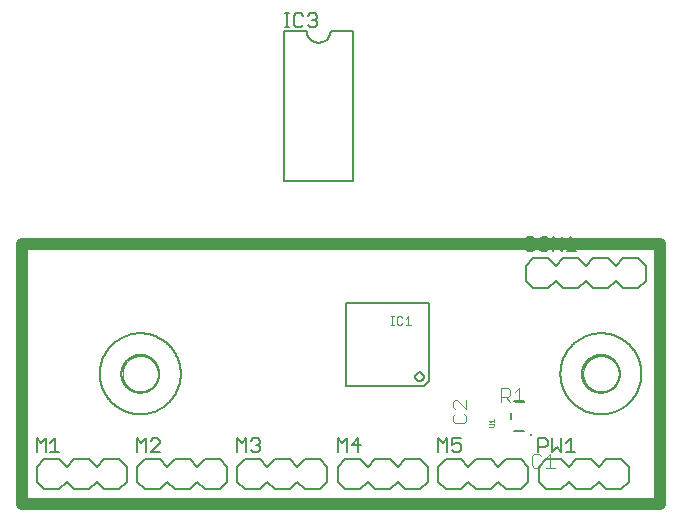
<source format=gto>
G75*
%MOIN*%
%OFA0B0*%
%FSLAX25Y25*%
%IPPOS*%
%LPD*%
%AMOC8*
5,1,8,0,0,1.08239X$1,22.5*
%
%ADD10C,0.03937*%
%ADD11C,0.00600*%
%ADD12C,0.00800*%
%ADD13C,0.00000*%
%ADD14C,0.00500*%
%ADD15C,0.00300*%
%ADD16C,0.00100*%
%ADD17C,0.01000*%
%ADD18C,0.00400*%
D10*
X0002969Y0005657D02*
X0215567Y0005657D01*
X0215567Y0092272D01*
X0002969Y0092272D01*
X0002969Y0005657D01*
D11*
X0028839Y0048965D02*
X0028843Y0049296D01*
X0028855Y0049627D01*
X0028876Y0049958D01*
X0028904Y0050288D01*
X0028941Y0050618D01*
X0028985Y0050946D01*
X0029038Y0051273D01*
X0029098Y0051599D01*
X0029167Y0051923D01*
X0029244Y0052245D01*
X0029328Y0052566D01*
X0029420Y0052884D01*
X0029520Y0053200D01*
X0029628Y0053513D01*
X0029744Y0053824D01*
X0029867Y0054131D01*
X0029997Y0054436D01*
X0030135Y0054737D01*
X0030280Y0055035D01*
X0030433Y0055329D01*
X0030593Y0055619D01*
X0030760Y0055905D01*
X0030933Y0056187D01*
X0031114Y0056465D01*
X0031302Y0056738D01*
X0031496Y0057007D01*
X0031696Y0057271D01*
X0031903Y0057529D01*
X0032117Y0057783D01*
X0032336Y0058031D01*
X0032562Y0058274D01*
X0032793Y0058511D01*
X0033030Y0058742D01*
X0033273Y0058968D01*
X0033521Y0059187D01*
X0033775Y0059401D01*
X0034033Y0059608D01*
X0034297Y0059808D01*
X0034566Y0060002D01*
X0034839Y0060190D01*
X0035117Y0060371D01*
X0035399Y0060544D01*
X0035685Y0060711D01*
X0035975Y0060871D01*
X0036269Y0061024D01*
X0036567Y0061169D01*
X0036868Y0061307D01*
X0037173Y0061437D01*
X0037480Y0061560D01*
X0037791Y0061676D01*
X0038104Y0061784D01*
X0038420Y0061884D01*
X0038738Y0061976D01*
X0039059Y0062060D01*
X0039381Y0062137D01*
X0039705Y0062206D01*
X0040031Y0062266D01*
X0040358Y0062319D01*
X0040686Y0062363D01*
X0041016Y0062400D01*
X0041346Y0062428D01*
X0041677Y0062449D01*
X0042008Y0062461D01*
X0042339Y0062465D01*
X0042670Y0062461D01*
X0043001Y0062449D01*
X0043332Y0062428D01*
X0043662Y0062400D01*
X0043992Y0062363D01*
X0044320Y0062319D01*
X0044647Y0062266D01*
X0044973Y0062206D01*
X0045297Y0062137D01*
X0045619Y0062060D01*
X0045940Y0061976D01*
X0046258Y0061884D01*
X0046574Y0061784D01*
X0046887Y0061676D01*
X0047198Y0061560D01*
X0047505Y0061437D01*
X0047810Y0061307D01*
X0048111Y0061169D01*
X0048409Y0061024D01*
X0048703Y0060871D01*
X0048993Y0060711D01*
X0049279Y0060544D01*
X0049561Y0060371D01*
X0049839Y0060190D01*
X0050112Y0060002D01*
X0050381Y0059808D01*
X0050645Y0059608D01*
X0050903Y0059401D01*
X0051157Y0059187D01*
X0051405Y0058968D01*
X0051648Y0058742D01*
X0051885Y0058511D01*
X0052116Y0058274D01*
X0052342Y0058031D01*
X0052561Y0057783D01*
X0052775Y0057529D01*
X0052982Y0057271D01*
X0053182Y0057007D01*
X0053376Y0056738D01*
X0053564Y0056465D01*
X0053745Y0056187D01*
X0053918Y0055905D01*
X0054085Y0055619D01*
X0054245Y0055329D01*
X0054398Y0055035D01*
X0054543Y0054737D01*
X0054681Y0054436D01*
X0054811Y0054131D01*
X0054934Y0053824D01*
X0055050Y0053513D01*
X0055158Y0053200D01*
X0055258Y0052884D01*
X0055350Y0052566D01*
X0055434Y0052245D01*
X0055511Y0051923D01*
X0055580Y0051599D01*
X0055640Y0051273D01*
X0055693Y0050946D01*
X0055737Y0050618D01*
X0055774Y0050288D01*
X0055802Y0049958D01*
X0055823Y0049627D01*
X0055835Y0049296D01*
X0055839Y0048965D01*
X0055835Y0048634D01*
X0055823Y0048303D01*
X0055802Y0047972D01*
X0055774Y0047642D01*
X0055737Y0047312D01*
X0055693Y0046984D01*
X0055640Y0046657D01*
X0055580Y0046331D01*
X0055511Y0046007D01*
X0055434Y0045685D01*
X0055350Y0045364D01*
X0055258Y0045046D01*
X0055158Y0044730D01*
X0055050Y0044417D01*
X0054934Y0044106D01*
X0054811Y0043799D01*
X0054681Y0043494D01*
X0054543Y0043193D01*
X0054398Y0042895D01*
X0054245Y0042601D01*
X0054085Y0042311D01*
X0053918Y0042025D01*
X0053745Y0041743D01*
X0053564Y0041465D01*
X0053376Y0041192D01*
X0053182Y0040923D01*
X0052982Y0040659D01*
X0052775Y0040401D01*
X0052561Y0040147D01*
X0052342Y0039899D01*
X0052116Y0039656D01*
X0051885Y0039419D01*
X0051648Y0039188D01*
X0051405Y0038962D01*
X0051157Y0038743D01*
X0050903Y0038529D01*
X0050645Y0038322D01*
X0050381Y0038122D01*
X0050112Y0037928D01*
X0049839Y0037740D01*
X0049561Y0037559D01*
X0049279Y0037386D01*
X0048993Y0037219D01*
X0048703Y0037059D01*
X0048409Y0036906D01*
X0048111Y0036761D01*
X0047810Y0036623D01*
X0047505Y0036493D01*
X0047198Y0036370D01*
X0046887Y0036254D01*
X0046574Y0036146D01*
X0046258Y0036046D01*
X0045940Y0035954D01*
X0045619Y0035870D01*
X0045297Y0035793D01*
X0044973Y0035724D01*
X0044647Y0035664D01*
X0044320Y0035611D01*
X0043992Y0035567D01*
X0043662Y0035530D01*
X0043332Y0035502D01*
X0043001Y0035481D01*
X0042670Y0035469D01*
X0042339Y0035465D01*
X0042008Y0035469D01*
X0041677Y0035481D01*
X0041346Y0035502D01*
X0041016Y0035530D01*
X0040686Y0035567D01*
X0040358Y0035611D01*
X0040031Y0035664D01*
X0039705Y0035724D01*
X0039381Y0035793D01*
X0039059Y0035870D01*
X0038738Y0035954D01*
X0038420Y0036046D01*
X0038104Y0036146D01*
X0037791Y0036254D01*
X0037480Y0036370D01*
X0037173Y0036493D01*
X0036868Y0036623D01*
X0036567Y0036761D01*
X0036269Y0036906D01*
X0035975Y0037059D01*
X0035685Y0037219D01*
X0035399Y0037386D01*
X0035117Y0037559D01*
X0034839Y0037740D01*
X0034566Y0037928D01*
X0034297Y0038122D01*
X0034033Y0038322D01*
X0033775Y0038529D01*
X0033521Y0038743D01*
X0033273Y0038962D01*
X0033030Y0039188D01*
X0032793Y0039419D01*
X0032562Y0039656D01*
X0032336Y0039899D01*
X0032117Y0040147D01*
X0031903Y0040401D01*
X0031696Y0040659D01*
X0031496Y0040923D01*
X0031302Y0041192D01*
X0031114Y0041465D01*
X0030933Y0041743D01*
X0030760Y0042025D01*
X0030593Y0042311D01*
X0030433Y0042601D01*
X0030280Y0042895D01*
X0030135Y0043193D01*
X0029997Y0043494D01*
X0029867Y0043799D01*
X0029744Y0044106D01*
X0029628Y0044417D01*
X0029520Y0044730D01*
X0029420Y0045046D01*
X0029328Y0045364D01*
X0029244Y0045685D01*
X0029167Y0046007D01*
X0029098Y0046331D01*
X0029038Y0046657D01*
X0028985Y0046984D01*
X0028941Y0047312D01*
X0028904Y0047642D01*
X0028876Y0047972D01*
X0028855Y0048303D01*
X0028843Y0048634D01*
X0028839Y0048965D01*
X0110823Y0045008D02*
X0137024Y0045008D01*
X0138421Y0046406D01*
X0138421Y0072606D01*
X0110823Y0072606D01*
X0110823Y0045008D01*
X0134008Y0048007D02*
X0134010Y0048082D01*
X0134016Y0048156D01*
X0134026Y0048230D01*
X0134039Y0048303D01*
X0134057Y0048376D01*
X0134078Y0048447D01*
X0134103Y0048518D01*
X0134132Y0048587D01*
X0134165Y0048654D01*
X0134201Y0048719D01*
X0134240Y0048783D01*
X0134282Y0048844D01*
X0134328Y0048903D01*
X0134377Y0048960D01*
X0134429Y0049013D01*
X0134483Y0049064D01*
X0134540Y0049113D01*
X0134600Y0049157D01*
X0134662Y0049199D01*
X0134726Y0049238D01*
X0134792Y0049273D01*
X0134859Y0049304D01*
X0134929Y0049332D01*
X0134999Y0049356D01*
X0135071Y0049377D01*
X0135144Y0049393D01*
X0135217Y0049406D01*
X0135292Y0049415D01*
X0135366Y0049420D01*
X0135441Y0049421D01*
X0135515Y0049418D01*
X0135590Y0049411D01*
X0135663Y0049400D01*
X0135737Y0049386D01*
X0135809Y0049367D01*
X0135880Y0049345D01*
X0135950Y0049319D01*
X0136019Y0049289D01*
X0136085Y0049256D01*
X0136150Y0049219D01*
X0136213Y0049179D01*
X0136274Y0049135D01*
X0136332Y0049089D01*
X0136388Y0049039D01*
X0136441Y0048987D01*
X0136492Y0048932D01*
X0136539Y0048874D01*
X0136583Y0048814D01*
X0136624Y0048751D01*
X0136662Y0048687D01*
X0136696Y0048621D01*
X0136727Y0048552D01*
X0136754Y0048483D01*
X0136777Y0048412D01*
X0136796Y0048340D01*
X0136812Y0048267D01*
X0136824Y0048193D01*
X0136832Y0048119D01*
X0136836Y0048044D01*
X0136836Y0047970D01*
X0136832Y0047895D01*
X0136824Y0047821D01*
X0136812Y0047747D01*
X0136796Y0047674D01*
X0136777Y0047602D01*
X0136754Y0047531D01*
X0136727Y0047462D01*
X0136696Y0047393D01*
X0136662Y0047327D01*
X0136624Y0047263D01*
X0136583Y0047200D01*
X0136539Y0047140D01*
X0136492Y0047082D01*
X0136441Y0047027D01*
X0136388Y0046975D01*
X0136332Y0046925D01*
X0136274Y0046879D01*
X0136213Y0046835D01*
X0136150Y0046795D01*
X0136085Y0046758D01*
X0136019Y0046725D01*
X0135950Y0046695D01*
X0135880Y0046669D01*
X0135809Y0046647D01*
X0135737Y0046628D01*
X0135663Y0046614D01*
X0135590Y0046603D01*
X0135515Y0046596D01*
X0135441Y0046593D01*
X0135366Y0046594D01*
X0135292Y0046599D01*
X0135217Y0046608D01*
X0135144Y0046621D01*
X0135071Y0046637D01*
X0134999Y0046658D01*
X0134929Y0046682D01*
X0134859Y0046710D01*
X0134792Y0046741D01*
X0134726Y0046776D01*
X0134662Y0046815D01*
X0134600Y0046857D01*
X0134540Y0046901D01*
X0134483Y0046950D01*
X0134429Y0047001D01*
X0134377Y0047054D01*
X0134328Y0047111D01*
X0134282Y0047170D01*
X0134240Y0047231D01*
X0134201Y0047295D01*
X0134165Y0047360D01*
X0134132Y0047427D01*
X0134103Y0047496D01*
X0134078Y0047567D01*
X0134057Y0047638D01*
X0134039Y0047711D01*
X0134026Y0047784D01*
X0134016Y0047858D01*
X0134010Y0047932D01*
X0134008Y0048007D01*
X0182382Y0048965D02*
X0182386Y0049296D01*
X0182398Y0049627D01*
X0182419Y0049958D01*
X0182447Y0050288D01*
X0182484Y0050618D01*
X0182528Y0050946D01*
X0182581Y0051273D01*
X0182641Y0051599D01*
X0182710Y0051923D01*
X0182787Y0052245D01*
X0182871Y0052566D01*
X0182963Y0052884D01*
X0183063Y0053200D01*
X0183171Y0053513D01*
X0183287Y0053824D01*
X0183410Y0054131D01*
X0183540Y0054436D01*
X0183678Y0054737D01*
X0183823Y0055035D01*
X0183976Y0055329D01*
X0184136Y0055619D01*
X0184303Y0055905D01*
X0184476Y0056187D01*
X0184657Y0056465D01*
X0184845Y0056738D01*
X0185039Y0057007D01*
X0185239Y0057271D01*
X0185446Y0057529D01*
X0185660Y0057783D01*
X0185879Y0058031D01*
X0186105Y0058274D01*
X0186336Y0058511D01*
X0186573Y0058742D01*
X0186816Y0058968D01*
X0187064Y0059187D01*
X0187318Y0059401D01*
X0187576Y0059608D01*
X0187840Y0059808D01*
X0188109Y0060002D01*
X0188382Y0060190D01*
X0188660Y0060371D01*
X0188942Y0060544D01*
X0189228Y0060711D01*
X0189518Y0060871D01*
X0189812Y0061024D01*
X0190110Y0061169D01*
X0190411Y0061307D01*
X0190716Y0061437D01*
X0191023Y0061560D01*
X0191334Y0061676D01*
X0191647Y0061784D01*
X0191963Y0061884D01*
X0192281Y0061976D01*
X0192602Y0062060D01*
X0192924Y0062137D01*
X0193248Y0062206D01*
X0193574Y0062266D01*
X0193901Y0062319D01*
X0194229Y0062363D01*
X0194559Y0062400D01*
X0194889Y0062428D01*
X0195220Y0062449D01*
X0195551Y0062461D01*
X0195882Y0062465D01*
X0196213Y0062461D01*
X0196544Y0062449D01*
X0196875Y0062428D01*
X0197205Y0062400D01*
X0197535Y0062363D01*
X0197863Y0062319D01*
X0198190Y0062266D01*
X0198516Y0062206D01*
X0198840Y0062137D01*
X0199162Y0062060D01*
X0199483Y0061976D01*
X0199801Y0061884D01*
X0200117Y0061784D01*
X0200430Y0061676D01*
X0200741Y0061560D01*
X0201048Y0061437D01*
X0201353Y0061307D01*
X0201654Y0061169D01*
X0201952Y0061024D01*
X0202246Y0060871D01*
X0202536Y0060711D01*
X0202822Y0060544D01*
X0203104Y0060371D01*
X0203382Y0060190D01*
X0203655Y0060002D01*
X0203924Y0059808D01*
X0204188Y0059608D01*
X0204446Y0059401D01*
X0204700Y0059187D01*
X0204948Y0058968D01*
X0205191Y0058742D01*
X0205428Y0058511D01*
X0205659Y0058274D01*
X0205885Y0058031D01*
X0206104Y0057783D01*
X0206318Y0057529D01*
X0206525Y0057271D01*
X0206725Y0057007D01*
X0206919Y0056738D01*
X0207107Y0056465D01*
X0207288Y0056187D01*
X0207461Y0055905D01*
X0207628Y0055619D01*
X0207788Y0055329D01*
X0207941Y0055035D01*
X0208086Y0054737D01*
X0208224Y0054436D01*
X0208354Y0054131D01*
X0208477Y0053824D01*
X0208593Y0053513D01*
X0208701Y0053200D01*
X0208801Y0052884D01*
X0208893Y0052566D01*
X0208977Y0052245D01*
X0209054Y0051923D01*
X0209123Y0051599D01*
X0209183Y0051273D01*
X0209236Y0050946D01*
X0209280Y0050618D01*
X0209317Y0050288D01*
X0209345Y0049958D01*
X0209366Y0049627D01*
X0209378Y0049296D01*
X0209382Y0048965D01*
X0209378Y0048634D01*
X0209366Y0048303D01*
X0209345Y0047972D01*
X0209317Y0047642D01*
X0209280Y0047312D01*
X0209236Y0046984D01*
X0209183Y0046657D01*
X0209123Y0046331D01*
X0209054Y0046007D01*
X0208977Y0045685D01*
X0208893Y0045364D01*
X0208801Y0045046D01*
X0208701Y0044730D01*
X0208593Y0044417D01*
X0208477Y0044106D01*
X0208354Y0043799D01*
X0208224Y0043494D01*
X0208086Y0043193D01*
X0207941Y0042895D01*
X0207788Y0042601D01*
X0207628Y0042311D01*
X0207461Y0042025D01*
X0207288Y0041743D01*
X0207107Y0041465D01*
X0206919Y0041192D01*
X0206725Y0040923D01*
X0206525Y0040659D01*
X0206318Y0040401D01*
X0206104Y0040147D01*
X0205885Y0039899D01*
X0205659Y0039656D01*
X0205428Y0039419D01*
X0205191Y0039188D01*
X0204948Y0038962D01*
X0204700Y0038743D01*
X0204446Y0038529D01*
X0204188Y0038322D01*
X0203924Y0038122D01*
X0203655Y0037928D01*
X0203382Y0037740D01*
X0203104Y0037559D01*
X0202822Y0037386D01*
X0202536Y0037219D01*
X0202246Y0037059D01*
X0201952Y0036906D01*
X0201654Y0036761D01*
X0201353Y0036623D01*
X0201048Y0036493D01*
X0200741Y0036370D01*
X0200430Y0036254D01*
X0200117Y0036146D01*
X0199801Y0036046D01*
X0199483Y0035954D01*
X0199162Y0035870D01*
X0198840Y0035793D01*
X0198516Y0035724D01*
X0198190Y0035664D01*
X0197863Y0035611D01*
X0197535Y0035567D01*
X0197205Y0035530D01*
X0196875Y0035502D01*
X0196544Y0035481D01*
X0196213Y0035469D01*
X0195882Y0035465D01*
X0195551Y0035469D01*
X0195220Y0035481D01*
X0194889Y0035502D01*
X0194559Y0035530D01*
X0194229Y0035567D01*
X0193901Y0035611D01*
X0193574Y0035664D01*
X0193248Y0035724D01*
X0192924Y0035793D01*
X0192602Y0035870D01*
X0192281Y0035954D01*
X0191963Y0036046D01*
X0191647Y0036146D01*
X0191334Y0036254D01*
X0191023Y0036370D01*
X0190716Y0036493D01*
X0190411Y0036623D01*
X0190110Y0036761D01*
X0189812Y0036906D01*
X0189518Y0037059D01*
X0189228Y0037219D01*
X0188942Y0037386D01*
X0188660Y0037559D01*
X0188382Y0037740D01*
X0188109Y0037928D01*
X0187840Y0038122D01*
X0187576Y0038322D01*
X0187318Y0038529D01*
X0187064Y0038743D01*
X0186816Y0038962D01*
X0186573Y0039188D01*
X0186336Y0039419D01*
X0186105Y0039656D01*
X0185879Y0039899D01*
X0185660Y0040147D01*
X0185446Y0040401D01*
X0185239Y0040659D01*
X0185039Y0040923D01*
X0184845Y0041192D01*
X0184657Y0041465D01*
X0184476Y0041743D01*
X0184303Y0042025D01*
X0184136Y0042311D01*
X0183976Y0042601D01*
X0183823Y0042895D01*
X0183678Y0043193D01*
X0183540Y0043494D01*
X0183410Y0043799D01*
X0183287Y0044106D01*
X0183171Y0044417D01*
X0183063Y0044730D01*
X0182963Y0045046D01*
X0182871Y0045364D01*
X0182787Y0045685D01*
X0182710Y0046007D01*
X0182641Y0046331D01*
X0182581Y0046657D01*
X0182528Y0046984D01*
X0182484Y0047312D01*
X0182447Y0047642D01*
X0182419Y0047972D01*
X0182398Y0048303D01*
X0182386Y0048634D01*
X0182382Y0048965D01*
X0113287Y0113335D02*
X0090287Y0113335D01*
X0090287Y0163335D01*
X0097787Y0163335D01*
X0097789Y0163209D01*
X0097795Y0163084D01*
X0097805Y0162959D01*
X0097819Y0162834D01*
X0097836Y0162709D01*
X0097858Y0162585D01*
X0097883Y0162462D01*
X0097913Y0162340D01*
X0097946Y0162219D01*
X0097983Y0162099D01*
X0098023Y0161980D01*
X0098068Y0161863D01*
X0098116Y0161746D01*
X0098168Y0161632D01*
X0098223Y0161519D01*
X0098282Y0161408D01*
X0098344Y0161299D01*
X0098410Y0161192D01*
X0098479Y0161087D01*
X0098551Y0160984D01*
X0098626Y0160883D01*
X0098705Y0160785D01*
X0098787Y0160690D01*
X0098871Y0160597D01*
X0098959Y0160507D01*
X0099049Y0160419D01*
X0099142Y0160335D01*
X0099237Y0160253D01*
X0099335Y0160174D01*
X0099436Y0160099D01*
X0099539Y0160027D01*
X0099644Y0159958D01*
X0099751Y0159892D01*
X0099860Y0159830D01*
X0099971Y0159771D01*
X0100084Y0159716D01*
X0100198Y0159664D01*
X0100315Y0159616D01*
X0100432Y0159571D01*
X0100551Y0159531D01*
X0100671Y0159494D01*
X0100792Y0159461D01*
X0100914Y0159431D01*
X0101037Y0159406D01*
X0101161Y0159384D01*
X0101286Y0159367D01*
X0101411Y0159353D01*
X0101536Y0159343D01*
X0101661Y0159337D01*
X0101787Y0159335D01*
X0101913Y0159337D01*
X0102038Y0159343D01*
X0102163Y0159353D01*
X0102288Y0159367D01*
X0102413Y0159384D01*
X0102537Y0159406D01*
X0102660Y0159431D01*
X0102782Y0159461D01*
X0102903Y0159494D01*
X0103023Y0159531D01*
X0103142Y0159571D01*
X0103259Y0159616D01*
X0103376Y0159664D01*
X0103490Y0159716D01*
X0103603Y0159771D01*
X0103714Y0159830D01*
X0103823Y0159892D01*
X0103930Y0159958D01*
X0104035Y0160027D01*
X0104138Y0160099D01*
X0104239Y0160174D01*
X0104337Y0160253D01*
X0104432Y0160335D01*
X0104525Y0160419D01*
X0104615Y0160507D01*
X0104703Y0160597D01*
X0104787Y0160690D01*
X0104869Y0160785D01*
X0104948Y0160883D01*
X0105023Y0160984D01*
X0105095Y0161087D01*
X0105164Y0161192D01*
X0105230Y0161299D01*
X0105292Y0161408D01*
X0105351Y0161519D01*
X0105406Y0161632D01*
X0105458Y0161746D01*
X0105506Y0161863D01*
X0105551Y0161980D01*
X0105591Y0162099D01*
X0105628Y0162219D01*
X0105661Y0162340D01*
X0105691Y0162462D01*
X0105716Y0162585D01*
X0105738Y0162709D01*
X0105755Y0162834D01*
X0105769Y0162959D01*
X0105779Y0163084D01*
X0105785Y0163209D01*
X0105787Y0163335D01*
X0113287Y0163335D01*
X0113287Y0113335D01*
D12*
X0170803Y0084929D02*
X0170803Y0079929D01*
X0173303Y0077429D01*
X0178303Y0077429D01*
X0180803Y0079929D01*
X0183303Y0077429D01*
X0188303Y0077429D01*
X0190803Y0079929D01*
X0193303Y0077429D01*
X0198303Y0077429D01*
X0200803Y0079929D01*
X0203303Y0077429D01*
X0208303Y0077429D01*
X0210803Y0079929D01*
X0210803Y0084929D01*
X0208303Y0087429D01*
X0203303Y0087429D01*
X0200803Y0084929D01*
X0198303Y0087429D01*
X0193303Y0087429D01*
X0190803Y0084929D01*
X0188303Y0087429D01*
X0183303Y0087429D01*
X0180803Y0084929D01*
X0178303Y0087429D01*
X0173303Y0087429D01*
X0170803Y0084929D01*
X0189583Y0048965D02*
X0189585Y0049123D01*
X0189591Y0049281D01*
X0189601Y0049439D01*
X0189615Y0049597D01*
X0189633Y0049754D01*
X0189654Y0049911D01*
X0189680Y0050067D01*
X0189710Y0050223D01*
X0189743Y0050378D01*
X0189781Y0050531D01*
X0189822Y0050684D01*
X0189867Y0050836D01*
X0189916Y0050987D01*
X0189969Y0051136D01*
X0190025Y0051284D01*
X0190085Y0051430D01*
X0190149Y0051575D01*
X0190217Y0051718D01*
X0190288Y0051860D01*
X0190362Y0052000D01*
X0190440Y0052137D01*
X0190522Y0052273D01*
X0190606Y0052407D01*
X0190695Y0052538D01*
X0190786Y0052667D01*
X0190881Y0052794D01*
X0190978Y0052919D01*
X0191079Y0053041D01*
X0191183Y0053160D01*
X0191290Y0053277D01*
X0191400Y0053391D01*
X0191513Y0053502D01*
X0191628Y0053611D01*
X0191746Y0053716D01*
X0191867Y0053818D01*
X0191990Y0053918D01*
X0192116Y0054014D01*
X0192244Y0054107D01*
X0192374Y0054197D01*
X0192507Y0054283D01*
X0192642Y0054367D01*
X0192778Y0054446D01*
X0192917Y0054523D01*
X0193058Y0054595D01*
X0193200Y0054665D01*
X0193344Y0054730D01*
X0193490Y0054792D01*
X0193637Y0054850D01*
X0193786Y0054905D01*
X0193936Y0054956D01*
X0194087Y0055003D01*
X0194239Y0055046D01*
X0194392Y0055085D01*
X0194547Y0055121D01*
X0194702Y0055152D01*
X0194858Y0055180D01*
X0195014Y0055204D01*
X0195171Y0055224D01*
X0195329Y0055240D01*
X0195486Y0055252D01*
X0195645Y0055260D01*
X0195803Y0055264D01*
X0195961Y0055264D01*
X0196119Y0055260D01*
X0196278Y0055252D01*
X0196435Y0055240D01*
X0196593Y0055224D01*
X0196750Y0055204D01*
X0196906Y0055180D01*
X0197062Y0055152D01*
X0197217Y0055121D01*
X0197372Y0055085D01*
X0197525Y0055046D01*
X0197677Y0055003D01*
X0197828Y0054956D01*
X0197978Y0054905D01*
X0198127Y0054850D01*
X0198274Y0054792D01*
X0198420Y0054730D01*
X0198564Y0054665D01*
X0198706Y0054595D01*
X0198847Y0054523D01*
X0198986Y0054446D01*
X0199122Y0054367D01*
X0199257Y0054283D01*
X0199390Y0054197D01*
X0199520Y0054107D01*
X0199648Y0054014D01*
X0199774Y0053918D01*
X0199897Y0053818D01*
X0200018Y0053716D01*
X0200136Y0053611D01*
X0200251Y0053502D01*
X0200364Y0053391D01*
X0200474Y0053277D01*
X0200581Y0053160D01*
X0200685Y0053041D01*
X0200786Y0052919D01*
X0200883Y0052794D01*
X0200978Y0052667D01*
X0201069Y0052538D01*
X0201158Y0052407D01*
X0201242Y0052273D01*
X0201324Y0052137D01*
X0201402Y0052000D01*
X0201476Y0051860D01*
X0201547Y0051718D01*
X0201615Y0051575D01*
X0201679Y0051430D01*
X0201739Y0051284D01*
X0201795Y0051136D01*
X0201848Y0050987D01*
X0201897Y0050836D01*
X0201942Y0050684D01*
X0201983Y0050531D01*
X0202021Y0050378D01*
X0202054Y0050223D01*
X0202084Y0050067D01*
X0202110Y0049911D01*
X0202131Y0049754D01*
X0202149Y0049597D01*
X0202163Y0049439D01*
X0202173Y0049281D01*
X0202179Y0049123D01*
X0202181Y0048965D01*
X0202179Y0048807D01*
X0202173Y0048649D01*
X0202163Y0048491D01*
X0202149Y0048333D01*
X0202131Y0048176D01*
X0202110Y0048019D01*
X0202084Y0047863D01*
X0202054Y0047707D01*
X0202021Y0047552D01*
X0201983Y0047399D01*
X0201942Y0047246D01*
X0201897Y0047094D01*
X0201848Y0046943D01*
X0201795Y0046794D01*
X0201739Y0046646D01*
X0201679Y0046500D01*
X0201615Y0046355D01*
X0201547Y0046212D01*
X0201476Y0046070D01*
X0201402Y0045930D01*
X0201324Y0045793D01*
X0201242Y0045657D01*
X0201158Y0045523D01*
X0201069Y0045392D01*
X0200978Y0045263D01*
X0200883Y0045136D01*
X0200786Y0045011D01*
X0200685Y0044889D01*
X0200581Y0044770D01*
X0200474Y0044653D01*
X0200364Y0044539D01*
X0200251Y0044428D01*
X0200136Y0044319D01*
X0200018Y0044214D01*
X0199897Y0044112D01*
X0199774Y0044012D01*
X0199648Y0043916D01*
X0199520Y0043823D01*
X0199390Y0043733D01*
X0199257Y0043647D01*
X0199122Y0043563D01*
X0198986Y0043484D01*
X0198847Y0043407D01*
X0198706Y0043335D01*
X0198564Y0043265D01*
X0198420Y0043200D01*
X0198274Y0043138D01*
X0198127Y0043080D01*
X0197978Y0043025D01*
X0197828Y0042974D01*
X0197677Y0042927D01*
X0197525Y0042884D01*
X0197372Y0042845D01*
X0197217Y0042809D01*
X0197062Y0042778D01*
X0196906Y0042750D01*
X0196750Y0042726D01*
X0196593Y0042706D01*
X0196435Y0042690D01*
X0196278Y0042678D01*
X0196119Y0042670D01*
X0195961Y0042666D01*
X0195803Y0042666D01*
X0195645Y0042670D01*
X0195486Y0042678D01*
X0195329Y0042690D01*
X0195171Y0042706D01*
X0195014Y0042726D01*
X0194858Y0042750D01*
X0194702Y0042778D01*
X0194547Y0042809D01*
X0194392Y0042845D01*
X0194239Y0042884D01*
X0194087Y0042927D01*
X0193936Y0042974D01*
X0193786Y0043025D01*
X0193637Y0043080D01*
X0193490Y0043138D01*
X0193344Y0043200D01*
X0193200Y0043265D01*
X0193058Y0043335D01*
X0192917Y0043407D01*
X0192778Y0043484D01*
X0192642Y0043563D01*
X0192507Y0043647D01*
X0192374Y0043733D01*
X0192244Y0043823D01*
X0192116Y0043916D01*
X0191990Y0044012D01*
X0191867Y0044112D01*
X0191746Y0044214D01*
X0191628Y0044319D01*
X0191513Y0044428D01*
X0191400Y0044539D01*
X0191290Y0044653D01*
X0191183Y0044770D01*
X0191079Y0044889D01*
X0190978Y0045011D01*
X0190881Y0045136D01*
X0190786Y0045263D01*
X0190695Y0045392D01*
X0190606Y0045523D01*
X0190522Y0045657D01*
X0190440Y0045793D01*
X0190362Y0045930D01*
X0190288Y0046070D01*
X0190217Y0046212D01*
X0190149Y0046355D01*
X0190085Y0046500D01*
X0190025Y0046646D01*
X0189969Y0046794D01*
X0189916Y0046943D01*
X0189867Y0047094D01*
X0189822Y0047246D01*
X0189781Y0047399D01*
X0189743Y0047552D01*
X0189710Y0047707D01*
X0189680Y0047863D01*
X0189654Y0048019D01*
X0189633Y0048176D01*
X0189615Y0048333D01*
X0189601Y0048491D01*
X0189591Y0048649D01*
X0189585Y0048807D01*
X0189583Y0048965D01*
X0170407Y0039791D02*
X0167026Y0039791D01*
X0165926Y0035848D02*
X0165926Y0033735D01*
X0167026Y0029791D02*
X0170407Y0029791D01*
X0169169Y0020500D02*
X0164169Y0020500D01*
X0161669Y0018000D01*
X0159169Y0020500D01*
X0154169Y0020500D01*
X0151669Y0018000D01*
X0149169Y0020500D01*
X0144169Y0020500D01*
X0141669Y0018000D01*
X0141669Y0013000D01*
X0144169Y0010500D01*
X0149169Y0010500D01*
X0151669Y0013000D01*
X0154169Y0010500D01*
X0159169Y0010500D01*
X0161669Y0013000D01*
X0164169Y0010500D01*
X0169169Y0010500D01*
X0171669Y0013000D01*
X0171669Y0018000D01*
X0169169Y0020500D01*
X0175134Y0018000D02*
X0177634Y0020500D01*
X0182634Y0020500D01*
X0185134Y0018000D01*
X0187634Y0020500D01*
X0192634Y0020500D01*
X0195134Y0018000D01*
X0197634Y0020500D01*
X0202634Y0020500D01*
X0205134Y0018000D01*
X0205134Y0013000D01*
X0202634Y0010500D01*
X0197634Y0010500D01*
X0195134Y0013000D01*
X0192634Y0010500D01*
X0187634Y0010500D01*
X0185134Y0013000D01*
X0182634Y0010500D01*
X0177634Y0010500D01*
X0175134Y0013000D01*
X0175134Y0018000D01*
X0138205Y0018000D02*
X0138205Y0013000D01*
X0135705Y0010500D01*
X0130705Y0010500D01*
X0128205Y0013000D01*
X0125705Y0010500D01*
X0120705Y0010500D01*
X0118205Y0013000D01*
X0115705Y0010500D01*
X0110705Y0010500D01*
X0108205Y0013000D01*
X0108205Y0018000D01*
X0110705Y0020500D01*
X0115705Y0020500D01*
X0118205Y0018000D01*
X0120705Y0020500D01*
X0125705Y0020500D01*
X0128205Y0018000D01*
X0130705Y0020500D01*
X0135705Y0020500D01*
X0138205Y0018000D01*
X0104740Y0018000D02*
X0104740Y0013000D01*
X0102240Y0010500D01*
X0097240Y0010500D01*
X0094740Y0013000D01*
X0092240Y0010500D01*
X0087240Y0010500D01*
X0084740Y0013000D01*
X0082240Y0010500D01*
X0077240Y0010500D01*
X0074740Y0013000D01*
X0074740Y0018000D01*
X0077240Y0020500D01*
X0082240Y0020500D01*
X0084740Y0018000D01*
X0087240Y0020500D01*
X0092240Y0020500D01*
X0094740Y0018000D01*
X0097240Y0020500D01*
X0102240Y0020500D01*
X0104740Y0018000D01*
X0071276Y0018000D02*
X0071276Y0013000D01*
X0068776Y0010500D01*
X0063776Y0010500D01*
X0061276Y0013000D01*
X0058776Y0010500D01*
X0053776Y0010500D01*
X0051276Y0013000D01*
X0048776Y0010500D01*
X0043776Y0010500D01*
X0041276Y0013000D01*
X0041276Y0018000D01*
X0043776Y0020500D01*
X0048776Y0020500D01*
X0051276Y0018000D01*
X0053776Y0020500D01*
X0058776Y0020500D01*
X0061276Y0018000D01*
X0063776Y0020500D01*
X0068776Y0020500D01*
X0071276Y0018000D01*
X0037811Y0018000D02*
X0037811Y0013000D01*
X0035311Y0010500D01*
X0030311Y0010500D01*
X0027811Y0013000D01*
X0025311Y0010500D01*
X0020311Y0010500D01*
X0017811Y0013000D01*
X0015311Y0010500D01*
X0010311Y0010500D01*
X0007811Y0013000D01*
X0007811Y0018000D01*
X0010311Y0020500D01*
X0015311Y0020500D01*
X0017811Y0018000D01*
X0020311Y0020500D01*
X0025311Y0020500D01*
X0027811Y0018000D01*
X0030311Y0020500D01*
X0035311Y0020500D01*
X0037811Y0018000D01*
X0036040Y0048965D02*
X0036042Y0049123D01*
X0036048Y0049281D01*
X0036058Y0049439D01*
X0036072Y0049597D01*
X0036090Y0049754D01*
X0036111Y0049911D01*
X0036137Y0050067D01*
X0036167Y0050223D01*
X0036200Y0050378D01*
X0036238Y0050531D01*
X0036279Y0050684D01*
X0036324Y0050836D01*
X0036373Y0050987D01*
X0036426Y0051136D01*
X0036482Y0051284D01*
X0036542Y0051430D01*
X0036606Y0051575D01*
X0036674Y0051718D01*
X0036745Y0051860D01*
X0036819Y0052000D01*
X0036897Y0052137D01*
X0036979Y0052273D01*
X0037063Y0052407D01*
X0037152Y0052538D01*
X0037243Y0052667D01*
X0037338Y0052794D01*
X0037435Y0052919D01*
X0037536Y0053041D01*
X0037640Y0053160D01*
X0037747Y0053277D01*
X0037857Y0053391D01*
X0037970Y0053502D01*
X0038085Y0053611D01*
X0038203Y0053716D01*
X0038324Y0053818D01*
X0038447Y0053918D01*
X0038573Y0054014D01*
X0038701Y0054107D01*
X0038831Y0054197D01*
X0038964Y0054283D01*
X0039099Y0054367D01*
X0039235Y0054446D01*
X0039374Y0054523D01*
X0039515Y0054595D01*
X0039657Y0054665D01*
X0039801Y0054730D01*
X0039947Y0054792D01*
X0040094Y0054850D01*
X0040243Y0054905D01*
X0040393Y0054956D01*
X0040544Y0055003D01*
X0040696Y0055046D01*
X0040849Y0055085D01*
X0041004Y0055121D01*
X0041159Y0055152D01*
X0041315Y0055180D01*
X0041471Y0055204D01*
X0041628Y0055224D01*
X0041786Y0055240D01*
X0041943Y0055252D01*
X0042102Y0055260D01*
X0042260Y0055264D01*
X0042418Y0055264D01*
X0042576Y0055260D01*
X0042735Y0055252D01*
X0042892Y0055240D01*
X0043050Y0055224D01*
X0043207Y0055204D01*
X0043363Y0055180D01*
X0043519Y0055152D01*
X0043674Y0055121D01*
X0043829Y0055085D01*
X0043982Y0055046D01*
X0044134Y0055003D01*
X0044285Y0054956D01*
X0044435Y0054905D01*
X0044584Y0054850D01*
X0044731Y0054792D01*
X0044877Y0054730D01*
X0045021Y0054665D01*
X0045163Y0054595D01*
X0045304Y0054523D01*
X0045443Y0054446D01*
X0045579Y0054367D01*
X0045714Y0054283D01*
X0045847Y0054197D01*
X0045977Y0054107D01*
X0046105Y0054014D01*
X0046231Y0053918D01*
X0046354Y0053818D01*
X0046475Y0053716D01*
X0046593Y0053611D01*
X0046708Y0053502D01*
X0046821Y0053391D01*
X0046931Y0053277D01*
X0047038Y0053160D01*
X0047142Y0053041D01*
X0047243Y0052919D01*
X0047340Y0052794D01*
X0047435Y0052667D01*
X0047526Y0052538D01*
X0047615Y0052407D01*
X0047699Y0052273D01*
X0047781Y0052137D01*
X0047859Y0052000D01*
X0047933Y0051860D01*
X0048004Y0051718D01*
X0048072Y0051575D01*
X0048136Y0051430D01*
X0048196Y0051284D01*
X0048252Y0051136D01*
X0048305Y0050987D01*
X0048354Y0050836D01*
X0048399Y0050684D01*
X0048440Y0050531D01*
X0048478Y0050378D01*
X0048511Y0050223D01*
X0048541Y0050067D01*
X0048567Y0049911D01*
X0048588Y0049754D01*
X0048606Y0049597D01*
X0048620Y0049439D01*
X0048630Y0049281D01*
X0048636Y0049123D01*
X0048638Y0048965D01*
X0048636Y0048807D01*
X0048630Y0048649D01*
X0048620Y0048491D01*
X0048606Y0048333D01*
X0048588Y0048176D01*
X0048567Y0048019D01*
X0048541Y0047863D01*
X0048511Y0047707D01*
X0048478Y0047552D01*
X0048440Y0047399D01*
X0048399Y0047246D01*
X0048354Y0047094D01*
X0048305Y0046943D01*
X0048252Y0046794D01*
X0048196Y0046646D01*
X0048136Y0046500D01*
X0048072Y0046355D01*
X0048004Y0046212D01*
X0047933Y0046070D01*
X0047859Y0045930D01*
X0047781Y0045793D01*
X0047699Y0045657D01*
X0047615Y0045523D01*
X0047526Y0045392D01*
X0047435Y0045263D01*
X0047340Y0045136D01*
X0047243Y0045011D01*
X0047142Y0044889D01*
X0047038Y0044770D01*
X0046931Y0044653D01*
X0046821Y0044539D01*
X0046708Y0044428D01*
X0046593Y0044319D01*
X0046475Y0044214D01*
X0046354Y0044112D01*
X0046231Y0044012D01*
X0046105Y0043916D01*
X0045977Y0043823D01*
X0045847Y0043733D01*
X0045714Y0043647D01*
X0045579Y0043563D01*
X0045443Y0043484D01*
X0045304Y0043407D01*
X0045163Y0043335D01*
X0045021Y0043265D01*
X0044877Y0043200D01*
X0044731Y0043138D01*
X0044584Y0043080D01*
X0044435Y0043025D01*
X0044285Y0042974D01*
X0044134Y0042927D01*
X0043982Y0042884D01*
X0043829Y0042845D01*
X0043674Y0042809D01*
X0043519Y0042778D01*
X0043363Y0042750D01*
X0043207Y0042726D01*
X0043050Y0042706D01*
X0042892Y0042690D01*
X0042735Y0042678D01*
X0042576Y0042670D01*
X0042418Y0042666D01*
X0042260Y0042666D01*
X0042102Y0042670D01*
X0041943Y0042678D01*
X0041786Y0042690D01*
X0041628Y0042706D01*
X0041471Y0042726D01*
X0041315Y0042750D01*
X0041159Y0042778D01*
X0041004Y0042809D01*
X0040849Y0042845D01*
X0040696Y0042884D01*
X0040544Y0042927D01*
X0040393Y0042974D01*
X0040243Y0043025D01*
X0040094Y0043080D01*
X0039947Y0043138D01*
X0039801Y0043200D01*
X0039657Y0043265D01*
X0039515Y0043335D01*
X0039374Y0043407D01*
X0039235Y0043484D01*
X0039099Y0043563D01*
X0038964Y0043647D01*
X0038831Y0043733D01*
X0038701Y0043823D01*
X0038573Y0043916D01*
X0038447Y0044012D01*
X0038324Y0044112D01*
X0038203Y0044214D01*
X0038085Y0044319D01*
X0037970Y0044428D01*
X0037857Y0044539D01*
X0037747Y0044653D01*
X0037640Y0044770D01*
X0037536Y0044889D01*
X0037435Y0045011D01*
X0037338Y0045136D01*
X0037243Y0045263D01*
X0037152Y0045392D01*
X0037063Y0045523D01*
X0036979Y0045657D01*
X0036897Y0045793D01*
X0036819Y0045930D01*
X0036745Y0046070D01*
X0036674Y0046212D01*
X0036606Y0046355D01*
X0036542Y0046500D01*
X0036482Y0046646D01*
X0036426Y0046794D01*
X0036373Y0046943D01*
X0036324Y0047094D01*
X0036279Y0047246D01*
X0036238Y0047399D01*
X0036200Y0047552D01*
X0036167Y0047707D01*
X0036137Y0047863D01*
X0036111Y0048019D01*
X0036090Y0048176D01*
X0036072Y0048333D01*
X0036058Y0048491D01*
X0036048Y0048649D01*
X0036042Y0048807D01*
X0036040Y0048965D01*
D13*
X0036433Y0048965D02*
X0036435Y0049118D01*
X0036441Y0049272D01*
X0036451Y0049425D01*
X0036465Y0049577D01*
X0036483Y0049730D01*
X0036505Y0049881D01*
X0036530Y0050032D01*
X0036560Y0050183D01*
X0036594Y0050333D01*
X0036631Y0050481D01*
X0036672Y0050629D01*
X0036717Y0050775D01*
X0036766Y0050921D01*
X0036819Y0051065D01*
X0036875Y0051207D01*
X0036935Y0051348D01*
X0036999Y0051488D01*
X0037066Y0051626D01*
X0037137Y0051762D01*
X0037212Y0051896D01*
X0037289Y0052028D01*
X0037371Y0052158D01*
X0037455Y0052286D01*
X0037543Y0052412D01*
X0037634Y0052535D01*
X0037728Y0052656D01*
X0037826Y0052774D01*
X0037926Y0052890D01*
X0038030Y0053003D01*
X0038136Y0053114D01*
X0038245Y0053222D01*
X0038357Y0053327D01*
X0038471Y0053428D01*
X0038589Y0053527D01*
X0038708Y0053623D01*
X0038830Y0053716D01*
X0038955Y0053805D01*
X0039082Y0053892D01*
X0039211Y0053974D01*
X0039342Y0054054D01*
X0039475Y0054130D01*
X0039610Y0054203D01*
X0039747Y0054272D01*
X0039886Y0054337D01*
X0040026Y0054399D01*
X0040168Y0054457D01*
X0040311Y0054512D01*
X0040456Y0054563D01*
X0040602Y0054610D01*
X0040749Y0054653D01*
X0040897Y0054692D01*
X0041046Y0054728D01*
X0041196Y0054759D01*
X0041347Y0054787D01*
X0041498Y0054811D01*
X0041651Y0054831D01*
X0041803Y0054847D01*
X0041956Y0054859D01*
X0042109Y0054867D01*
X0042262Y0054871D01*
X0042416Y0054871D01*
X0042569Y0054867D01*
X0042722Y0054859D01*
X0042875Y0054847D01*
X0043027Y0054831D01*
X0043180Y0054811D01*
X0043331Y0054787D01*
X0043482Y0054759D01*
X0043632Y0054728D01*
X0043781Y0054692D01*
X0043929Y0054653D01*
X0044076Y0054610D01*
X0044222Y0054563D01*
X0044367Y0054512D01*
X0044510Y0054457D01*
X0044652Y0054399D01*
X0044792Y0054337D01*
X0044931Y0054272D01*
X0045068Y0054203D01*
X0045203Y0054130D01*
X0045336Y0054054D01*
X0045467Y0053974D01*
X0045596Y0053892D01*
X0045723Y0053805D01*
X0045848Y0053716D01*
X0045970Y0053623D01*
X0046089Y0053527D01*
X0046207Y0053428D01*
X0046321Y0053327D01*
X0046433Y0053222D01*
X0046542Y0053114D01*
X0046648Y0053003D01*
X0046752Y0052890D01*
X0046852Y0052774D01*
X0046950Y0052656D01*
X0047044Y0052535D01*
X0047135Y0052412D01*
X0047223Y0052286D01*
X0047307Y0052158D01*
X0047389Y0052028D01*
X0047466Y0051896D01*
X0047541Y0051762D01*
X0047612Y0051626D01*
X0047679Y0051488D01*
X0047743Y0051348D01*
X0047803Y0051207D01*
X0047859Y0051065D01*
X0047912Y0050921D01*
X0047961Y0050775D01*
X0048006Y0050629D01*
X0048047Y0050481D01*
X0048084Y0050333D01*
X0048118Y0050183D01*
X0048148Y0050032D01*
X0048173Y0049881D01*
X0048195Y0049730D01*
X0048213Y0049577D01*
X0048227Y0049425D01*
X0048237Y0049272D01*
X0048243Y0049118D01*
X0048245Y0048965D01*
X0048243Y0048812D01*
X0048237Y0048658D01*
X0048227Y0048505D01*
X0048213Y0048353D01*
X0048195Y0048200D01*
X0048173Y0048049D01*
X0048148Y0047898D01*
X0048118Y0047747D01*
X0048084Y0047597D01*
X0048047Y0047449D01*
X0048006Y0047301D01*
X0047961Y0047155D01*
X0047912Y0047009D01*
X0047859Y0046865D01*
X0047803Y0046723D01*
X0047743Y0046582D01*
X0047679Y0046442D01*
X0047612Y0046304D01*
X0047541Y0046168D01*
X0047466Y0046034D01*
X0047389Y0045902D01*
X0047307Y0045772D01*
X0047223Y0045644D01*
X0047135Y0045518D01*
X0047044Y0045395D01*
X0046950Y0045274D01*
X0046852Y0045156D01*
X0046752Y0045040D01*
X0046648Y0044927D01*
X0046542Y0044816D01*
X0046433Y0044708D01*
X0046321Y0044603D01*
X0046207Y0044502D01*
X0046089Y0044403D01*
X0045970Y0044307D01*
X0045848Y0044214D01*
X0045723Y0044125D01*
X0045596Y0044038D01*
X0045467Y0043956D01*
X0045336Y0043876D01*
X0045203Y0043800D01*
X0045068Y0043727D01*
X0044931Y0043658D01*
X0044792Y0043593D01*
X0044652Y0043531D01*
X0044510Y0043473D01*
X0044367Y0043418D01*
X0044222Y0043367D01*
X0044076Y0043320D01*
X0043929Y0043277D01*
X0043781Y0043238D01*
X0043632Y0043202D01*
X0043482Y0043171D01*
X0043331Y0043143D01*
X0043180Y0043119D01*
X0043027Y0043099D01*
X0042875Y0043083D01*
X0042722Y0043071D01*
X0042569Y0043063D01*
X0042416Y0043059D01*
X0042262Y0043059D01*
X0042109Y0043063D01*
X0041956Y0043071D01*
X0041803Y0043083D01*
X0041651Y0043099D01*
X0041498Y0043119D01*
X0041347Y0043143D01*
X0041196Y0043171D01*
X0041046Y0043202D01*
X0040897Y0043238D01*
X0040749Y0043277D01*
X0040602Y0043320D01*
X0040456Y0043367D01*
X0040311Y0043418D01*
X0040168Y0043473D01*
X0040026Y0043531D01*
X0039886Y0043593D01*
X0039747Y0043658D01*
X0039610Y0043727D01*
X0039475Y0043800D01*
X0039342Y0043876D01*
X0039211Y0043956D01*
X0039082Y0044038D01*
X0038955Y0044125D01*
X0038830Y0044214D01*
X0038708Y0044307D01*
X0038589Y0044403D01*
X0038471Y0044502D01*
X0038357Y0044603D01*
X0038245Y0044708D01*
X0038136Y0044816D01*
X0038030Y0044927D01*
X0037926Y0045040D01*
X0037826Y0045156D01*
X0037728Y0045274D01*
X0037634Y0045395D01*
X0037543Y0045518D01*
X0037455Y0045644D01*
X0037371Y0045772D01*
X0037289Y0045902D01*
X0037212Y0046034D01*
X0037137Y0046168D01*
X0037066Y0046304D01*
X0036999Y0046442D01*
X0036935Y0046582D01*
X0036875Y0046723D01*
X0036819Y0046865D01*
X0036766Y0047009D01*
X0036717Y0047155D01*
X0036672Y0047301D01*
X0036631Y0047449D01*
X0036594Y0047597D01*
X0036560Y0047747D01*
X0036530Y0047898D01*
X0036505Y0048049D01*
X0036483Y0048200D01*
X0036465Y0048353D01*
X0036451Y0048505D01*
X0036441Y0048658D01*
X0036435Y0048812D01*
X0036433Y0048965D01*
X0189976Y0048965D02*
X0189978Y0049118D01*
X0189984Y0049272D01*
X0189994Y0049425D01*
X0190008Y0049577D01*
X0190026Y0049730D01*
X0190048Y0049881D01*
X0190073Y0050032D01*
X0190103Y0050183D01*
X0190137Y0050333D01*
X0190174Y0050481D01*
X0190215Y0050629D01*
X0190260Y0050775D01*
X0190309Y0050921D01*
X0190362Y0051065D01*
X0190418Y0051207D01*
X0190478Y0051348D01*
X0190542Y0051488D01*
X0190609Y0051626D01*
X0190680Y0051762D01*
X0190755Y0051896D01*
X0190832Y0052028D01*
X0190914Y0052158D01*
X0190998Y0052286D01*
X0191086Y0052412D01*
X0191177Y0052535D01*
X0191271Y0052656D01*
X0191369Y0052774D01*
X0191469Y0052890D01*
X0191573Y0053003D01*
X0191679Y0053114D01*
X0191788Y0053222D01*
X0191900Y0053327D01*
X0192014Y0053428D01*
X0192132Y0053527D01*
X0192251Y0053623D01*
X0192373Y0053716D01*
X0192498Y0053805D01*
X0192625Y0053892D01*
X0192754Y0053974D01*
X0192885Y0054054D01*
X0193018Y0054130D01*
X0193153Y0054203D01*
X0193290Y0054272D01*
X0193429Y0054337D01*
X0193569Y0054399D01*
X0193711Y0054457D01*
X0193854Y0054512D01*
X0193999Y0054563D01*
X0194145Y0054610D01*
X0194292Y0054653D01*
X0194440Y0054692D01*
X0194589Y0054728D01*
X0194739Y0054759D01*
X0194890Y0054787D01*
X0195041Y0054811D01*
X0195194Y0054831D01*
X0195346Y0054847D01*
X0195499Y0054859D01*
X0195652Y0054867D01*
X0195805Y0054871D01*
X0195959Y0054871D01*
X0196112Y0054867D01*
X0196265Y0054859D01*
X0196418Y0054847D01*
X0196570Y0054831D01*
X0196723Y0054811D01*
X0196874Y0054787D01*
X0197025Y0054759D01*
X0197175Y0054728D01*
X0197324Y0054692D01*
X0197472Y0054653D01*
X0197619Y0054610D01*
X0197765Y0054563D01*
X0197910Y0054512D01*
X0198053Y0054457D01*
X0198195Y0054399D01*
X0198335Y0054337D01*
X0198474Y0054272D01*
X0198611Y0054203D01*
X0198746Y0054130D01*
X0198879Y0054054D01*
X0199010Y0053974D01*
X0199139Y0053892D01*
X0199266Y0053805D01*
X0199391Y0053716D01*
X0199513Y0053623D01*
X0199632Y0053527D01*
X0199750Y0053428D01*
X0199864Y0053327D01*
X0199976Y0053222D01*
X0200085Y0053114D01*
X0200191Y0053003D01*
X0200295Y0052890D01*
X0200395Y0052774D01*
X0200493Y0052656D01*
X0200587Y0052535D01*
X0200678Y0052412D01*
X0200766Y0052286D01*
X0200850Y0052158D01*
X0200932Y0052028D01*
X0201009Y0051896D01*
X0201084Y0051762D01*
X0201155Y0051626D01*
X0201222Y0051488D01*
X0201286Y0051348D01*
X0201346Y0051207D01*
X0201402Y0051065D01*
X0201455Y0050921D01*
X0201504Y0050775D01*
X0201549Y0050629D01*
X0201590Y0050481D01*
X0201627Y0050333D01*
X0201661Y0050183D01*
X0201691Y0050032D01*
X0201716Y0049881D01*
X0201738Y0049730D01*
X0201756Y0049577D01*
X0201770Y0049425D01*
X0201780Y0049272D01*
X0201786Y0049118D01*
X0201788Y0048965D01*
X0201786Y0048812D01*
X0201780Y0048658D01*
X0201770Y0048505D01*
X0201756Y0048353D01*
X0201738Y0048200D01*
X0201716Y0048049D01*
X0201691Y0047898D01*
X0201661Y0047747D01*
X0201627Y0047597D01*
X0201590Y0047449D01*
X0201549Y0047301D01*
X0201504Y0047155D01*
X0201455Y0047009D01*
X0201402Y0046865D01*
X0201346Y0046723D01*
X0201286Y0046582D01*
X0201222Y0046442D01*
X0201155Y0046304D01*
X0201084Y0046168D01*
X0201009Y0046034D01*
X0200932Y0045902D01*
X0200850Y0045772D01*
X0200766Y0045644D01*
X0200678Y0045518D01*
X0200587Y0045395D01*
X0200493Y0045274D01*
X0200395Y0045156D01*
X0200295Y0045040D01*
X0200191Y0044927D01*
X0200085Y0044816D01*
X0199976Y0044708D01*
X0199864Y0044603D01*
X0199750Y0044502D01*
X0199632Y0044403D01*
X0199513Y0044307D01*
X0199391Y0044214D01*
X0199266Y0044125D01*
X0199139Y0044038D01*
X0199010Y0043956D01*
X0198879Y0043876D01*
X0198746Y0043800D01*
X0198611Y0043727D01*
X0198474Y0043658D01*
X0198335Y0043593D01*
X0198195Y0043531D01*
X0198053Y0043473D01*
X0197910Y0043418D01*
X0197765Y0043367D01*
X0197619Y0043320D01*
X0197472Y0043277D01*
X0197324Y0043238D01*
X0197175Y0043202D01*
X0197025Y0043171D01*
X0196874Y0043143D01*
X0196723Y0043119D01*
X0196570Y0043099D01*
X0196418Y0043083D01*
X0196265Y0043071D01*
X0196112Y0043063D01*
X0195959Y0043059D01*
X0195805Y0043059D01*
X0195652Y0043063D01*
X0195499Y0043071D01*
X0195346Y0043083D01*
X0195194Y0043099D01*
X0195041Y0043119D01*
X0194890Y0043143D01*
X0194739Y0043171D01*
X0194589Y0043202D01*
X0194440Y0043238D01*
X0194292Y0043277D01*
X0194145Y0043320D01*
X0193999Y0043367D01*
X0193854Y0043418D01*
X0193711Y0043473D01*
X0193569Y0043531D01*
X0193429Y0043593D01*
X0193290Y0043658D01*
X0193153Y0043727D01*
X0193018Y0043800D01*
X0192885Y0043876D01*
X0192754Y0043956D01*
X0192625Y0044038D01*
X0192498Y0044125D01*
X0192373Y0044214D01*
X0192251Y0044307D01*
X0192132Y0044403D01*
X0192014Y0044502D01*
X0191900Y0044603D01*
X0191788Y0044708D01*
X0191679Y0044816D01*
X0191573Y0044927D01*
X0191469Y0045040D01*
X0191369Y0045156D01*
X0191271Y0045274D01*
X0191177Y0045395D01*
X0191086Y0045518D01*
X0190998Y0045644D01*
X0190914Y0045772D01*
X0190832Y0045902D01*
X0190755Y0046034D01*
X0190680Y0046168D01*
X0190609Y0046304D01*
X0190542Y0046442D01*
X0190478Y0046582D01*
X0190418Y0046723D01*
X0190362Y0046865D01*
X0190309Y0047009D01*
X0190260Y0047155D01*
X0190215Y0047301D01*
X0190174Y0047449D01*
X0190137Y0047597D01*
X0190103Y0047747D01*
X0190073Y0047898D01*
X0190048Y0048049D01*
X0190026Y0048200D01*
X0190008Y0048353D01*
X0189994Y0048505D01*
X0189984Y0048658D01*
X0189978Y0048812D01*
X0189976Y0048965D01*
D14*
X0185793Y0027454D02*
X0184292Y0025953D01*
X0185793Y0027454D02*
X0185793Y0022950D01*
X0184292Y0022950D02*
X0187294Y0022950D01*
X0182690Y0022950D02*
X0182690Y0027454D01*
X0179688Y0027454D02*
X0179688Y0022950D01*
X0181189Y0024451D01*
X0182690Y0022950D01*
X0178086Y0025202D02*
X0178086Y0026703D01*
X0177336Y0027454D01*
X0175084Y0027454D01*
X0175084Y0022950D01*
X0175084Y0024451D02*
X0177336Y0024451D01*
X0178086Y0025202D01*
X0149226Y0025202D02*
X0149226Y0023701D01*
X0148475Y0022950D01*
X0146974Y0022950D01*
X0146223Y0023701D01*
X0146223Y0025202D02*
X0147724Y0025953D01*
X0148475Y0025953D01*
X0149226Y0025202D01*
X0149226Y0027454D02*
X0146223Y0027454D01*
X0146223Y0025202D01*
X0144622Y0027454D02*
X0143121Y0025953D01*
X0141619Y0027454D01*
X0141619Y0022950D01*
X0144622Y0022950D02*
X0144622Y0027454D01*
X0115761Y0025202D02*
X0112759Y0025202D01*
X0115011Y0027454D01*
X0115011Y0022950D01*
X0111157Y0022950D02*
X0111157Y0027454D01*
X0109656Y0025953D01*
X0108155Y0027454D01*
X0108155Y0022950D01*
X0082297Y0023701D02*
X0081546Y0022950D01*
X0080045Y0022950D01*
X0079294Y0023701D01*
X0077693Y0022950D02*
X0077693Y0027454D01*
X0076191Y0025953D01*
X0074690Y0027454D01*
X0074690Y0022950D01*
X0079294Y0026703D02*
X0080045Y0027454D01*
X0081546Y0027454D01*
X0082297Y0026703D01*
X0082297Y0025953D01*
X0081546Y0025202D01*
X0082297Y0024451D01*
X0082297Y0023701D01*
X0081546Y0025202D02*
X0080795Y0025202D01*
X0048832Y0025953D02*
X0048832Y0026703D01*
X0048081Y0027454D01*
X0046580Y0027454D01*
X0045830Y0026703D01*
X0044228Y0027454D02*
X0044228Y0022950D01*
X0045830Y0022950D02*
X0048832Y0025953D01*
X0048832Y0022950D02*
X0045830Y0022950D01*
X0042727Y0025953D02*
X0041226Y0027454D01*
X0041226Y0022950D01*
X0042727Y0025953D02*
X0044228Y0027454D01*
X0015368Y0022950D02*
X0012365Y0022950D01*
X0013866Y0022950D02*
X0013866Y0027454D01*
X0012365Y0025953D01*
X0010764Y0027454D02*
X0010764Y0022950D01*
X0007761Y0022950D02*
X0007761Y0027454D01*
X0009262Y0025953D01*
X0010764Y0027454D01*
X0170753Y0090630D02*
X0171504Y0089879D01*
X0173005Y0089879D01*
X0173756Y0090630D01*
X0175357Y0090630D02*
X0176108Y0089879D01*
X0177609Y0089879D01*
X0178360Y0090630D01*
X0178360Y0093632D01*
X0177609Y0094383D01*
X0176108Y0094383D01*
X0175357Y0093632D01*
X0175357Y0090630D01*
X0173756Y0093632D02*
X0173005Y0094383D01*
X0171504Y0094383D01*
X0170753Y0093632D01*
X0170753Y0090630D01*
X0179961Y0089879D02*
X0179961Y0094383D01*
X0182964Y0089879D01*
X0182964Y0094383D01*
X0184565Y0092882D02*
X0186066Y0094383D01*
X0186066Y0089879D01*
X0184565Y0089879D02*
X0187567Y0089879D01*
X0101213Y0165335D02*
X0100463Y0164585D01*
X0098961Y0164585D01*
X0098211Y0165335D01*
X0096609Y0165335D02*
X0095859Y0164585D01*
X0094357Y0164585D01*
X0093607Y0165335D01*
X0093607Y0168338D01*
X0094357Y0169088D01*
X0095859Y0169088D01*
X0096609Y0168338D01*
X0098211Y0168338D02*
X0098961Y0169088D01*
X0100463Y0169088D01*
X0101213Y0168338D01*
X0101213Y0167587D01*
X0100463Y0166837D01*
X0101213Y0166086D01*
X0101213Y0165335D01*
X0100463Y0166837D02*
X0099712Y0166837D01*
X0092039Y0169088D02*
X0090537Y0169088D01*
X0091288Y0169088D02*
X0091288Y0164585D01*
X0090537Y0164585D02*
X0092039Y0164585D01*
D15*
X0125846Y0068187D02*
X0126814Y0068187D01*
X0126330Y0068187D02*
X0126330Y0065285D01*
X0125846Y0065285D02*
X0126814Y0065285D01*
X0127811Y0065768D02*
X0128294Y0065285D01*
X0129262Y0065285D01*
X0129745Y0065768D01*
X0130757Y0065285D02*
X0132692Y0065285D01*
X0131725Y0065285D02*
X0131725Y0068187D01*
X0130757Y0067220D01*
X0129745Y0067703D02*
X0129262Y0068187D01*
X0128294Y0068187D01*
X0127811Y0067703D01*
X0127811Y0065768D01*
D16*
X0158665Y0033315D02*
X0160167Y0033315D01*
X0160167Y0032815D02*
X0160167Y0033815D01*
X0159166Y0032815D02*
X0158665Y0033315D01*
X0158665Y0032342D02*
X0159916Y0032342D01*
X0160167Y0032092D01*
X0160167Y0031592D01*
X0159916Y0031341D01*
X0158665Y0031341D01*
D17*
X0172717Y0028491D03*
D18*
X0173606Y0022253D02*
X0172839Y0021485D01*
X0172839Y0018416D01*
X0173606Y0017649D01*
X0175141Y0017649D01*
X0175908Y0018416D01*
X0177443Y0017649D02*
X0180512Y0017649D01*
X0178977Y0017649D02*
X0178977Y0022253D01*
X0177443Y0020718D01*
X0175908Y0021485D02*
X0175141Y0022253D01*
X0173606Y0022253D01*
X0151056Y0033259D02*
X0151056Y0034793D01*
X0150289Y0035561D01*
X0151056Y0037095D02*
X0147987Y0040165D01*
X0147219Y0040165D01*
X0146452Y0039397D01*
X0146452Y0037863D01*
X0147219Y0037095D01*
X0147219Y0035561D02*
X0146452Y0034793D01*
X0146452Y0033259D01*
X0147219Y0032491D01*
X0150289Y0032491D01*
X0151056Y0033259D01*
X0151056Y0037095D02*
X0151056Y0040165D01*
X0162602Y0039696D02*
X0162602Y0044300D01*
X0164904Y0044300D01*
X0165672Y0043533D01*
X0165672Y0041998D01*
X0164904Y0041231D01*
X0162602Y0041231D01*
X0164137Y0041231D02*
X0165672Y0039696D01*
X0167206Y0039696D02*
X0170276Y0039696D01*
X0168741Y0039696D02*
X0168741Y0044300D01*
X0167206Y0042765D01*
M02*

</source>
